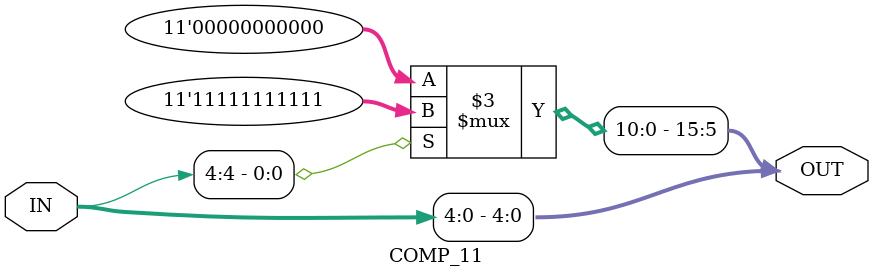
<source format=sv>
module COMP_5(	input logic[10:0] IN,
					output logic[15:0] OUT
);

always_comb
	begin
		OUT[10:0] = IN[10:0];
		if (IN[10])
			OUT[15:11] = 5'b11111;
		else
			OUT[15:11] = 5'b00000;
	end
endmodule

module COMP_7(	input logic[8:0] IN,
					output logic[15:0] OUT
);

always_comb
	begin
		OUT[8:0] = IN[8:0];
		if (IN[8])
			OUT[15:9] = 7'b1111111;
		else
			OUT[15:9] = 7'b0000000;
	end
endmodule

module COMP_10(	input logic[5:0] IN,
					output logic[15:0] OUT
);

always_comb
	begin
		OUT[5:0] = IN[5:0];
		if (IN[5])
			OUT[15:6] = 10'b1111111111;
		else
			OUT[15:6] = 10'b0000000000;
	end
endmodule

module COMP_11(	input logic[4:0] IN,
					output logic[15:0] OUT
);

always_comb
	begin
		OUT[4:0] = IN[4:0];
		if (IN[4])
			OUT[15:5] = 11'b11111111111;
		else
			OUT[15:5] = 11'b00000000000;
	end
endmodule

</source>
